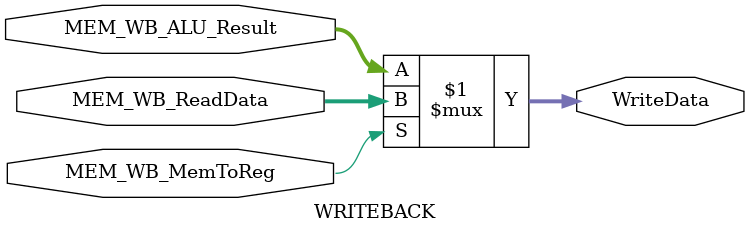
<source format=v>
module WRITEBACK (
    input [15:0] MEM_WB_ALU_Result,   // Result from ALU operation
    input [15:0] MEM_WB_ReadData,     // Data read from memory
    input MEM_WB_MemToReg,            // Control signal to select between ALU result and memory data
    output [15:0] WriteData           // Data to be written back to register file
);
    
    // Select between memory data and ALU result based on MemToReg control signal
    // If MemToReg = 1, select memory data (load instruction)
    // If MemToReg = 0, select ALU result (arithmetic/logic instruction)
    assign WriteData = MEM_WB_MemToReg ? MEM_WB_ReadData : MEM_WB_ALU_Result;

endmodule
</source>
